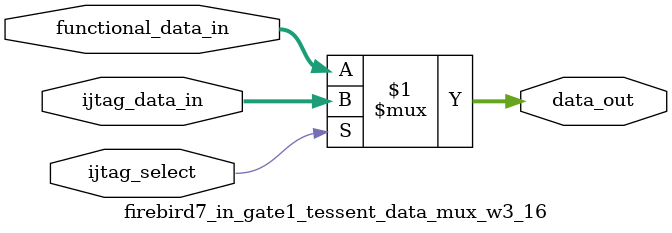
<source format=sv>

module firebird7_in_gate1_tessent_data_mux_w3_16 (
  input wire ijtag_select,
  input wire [2:0]  functional_data_in,
  input wire [2:0]  ijtag_data_in,
  output wire [2:0] data_out
);
assign data_out = (ijtag_select) ? ijtag_data_in : functional_data_in;
endmodule

</source>
